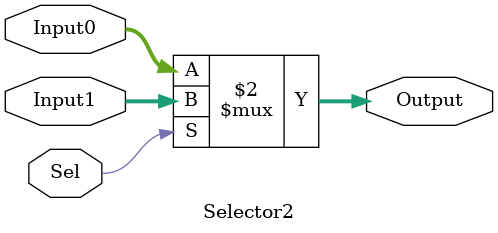
<source format=v>
module Selector2
  #(
      parameter bits = 16
  )
  (
      input wire Sel ,
      input wire [bits-1 : 0] Input0 ,
      input wire [bits-1 : 0] Input1 ,
      output wire [bits-1 : 0] Output
  );

assign Output = (Sel == 1'b0)? Input0 : Input1;

endmodule

</source>
